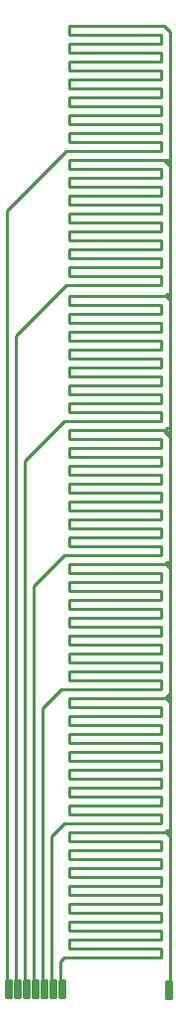
<source format=gbr>
%TF.GenerationSoftware,KiCad,Pcbnew,(6.0.7)*%
%TF.CreationDate,2022-09-02T10:45:59-04:00*%
%TF.ProjectId,discrete_resistive_strain_gauge,64697363-7265-4746-955f-726573697374,rev?*%
%TF.SameCoordinates,Original*%
%TF.FileFunction,Copper,L1,Top*%
%TF.FilePolarity,Positive*%
%FSLAX46Y46*%
G04 Gerber Fmt 4.6, Leading zero omitted, Abs format (unit mm)*
G04 Created by KiCad (PCBNEW (6.0.7)) date 2022-09-02 10:45:59*
%MOMM*%
%LPD*%
G01*
G04 APERTURE LIST*
%TA.AperFunction,NonConductor*%
%ADD10C,0.400000*%
%TD*%
%TA.AperFunction,Conductor*%
%ADD11C,0.250000*%
%TD*%
G04 APERTURE END LIST*
D10*
X105918000Y-169799000D02*
X105664000Y-169799000D01*
X105664000Y-169799000D02*
X105664000Y-168529000D01*
X105664000Y-168529000D02*
X105918000Y-168529000D01*
X105918000Y-168529000D02*
X105918000Y-169799000D01*
X108204000Y-169799000D02*
X107950000Y-169799000D01*
X107950000Y-169799000D02*
X107950000Y-168529000D01*
X107950000Y-168529000D02*
X108204000Y-168529000D01*
X108204000Y-168529000D02*
X108204000Y-169799000D01*
X118872000Y-169926000D02*
X118618000Y-169926000D01*
X118618000Y-169926000D02*
X118618000Y-168656000D01*
X118618000Y-168656000D02*
X118872000Y-168656000D01*
X118872000Y-168656000D02*
X118872000Y-169926000D01*
X108966000Y-169799000D02*
X108712000Y-169799000D01*
X108712000Y-169799000D02*
X108712000Y-168529000D01*
X108712000Y-168529000D02*
X108966000Y-168529000D01*
X108966000Y-168529000D02*
X108966000Y-169799000D01*
X109728000Y-169799000D02*
X109474000Y-169799000D01*
X109474000Y-169799000D02*
X109474000Y-168529000D01*
X109474000Y-168529000D02*
X109728000Y-168529000D01*
X109728000Y-168529000D02*
X109728000Y-169799000D01*
X107442000Y-169799000D02*
X107188000Y-169799000D01*
X107188000Y-169799000D02*
X107188000Y-168529000D01*
X107188000Y-168529000D02*
X107442000Y-168529000D01*
X107442000Y-168529000D02*
X107442000Y-169799000D01*
X105156000Y-169799000D02*
X104902000Y-169799000D01*
X104902000Y-169799000D02*
X104902000Y-168529000D01*
X104902000Y-168529000D02*
X105156000Y-168529000D01*
X105156000Y-168529000D02*
X105156000Y-169799000D01*
X106680000Y-169799000D02*
X106426000Y-169799000D01*
X106426000Y-169799000D02*
X106426000Y-168529000D01*
X106426000Y-168529000D02*
X106680000Y-168529000D01*
X106680000Y-168529000D02*
X106680000Y-169799000D01*
D11*
%TO.N,*%
X110236000Y-103124000D02*
X110236000Y-103886000D01*
X110236000Y-147447000D02*
X118110000Y-147447000D01*
X118872000Y-99314000D02*
X118872000Y-99060000D01*
X118110000Y-147447000D02*
X118110000Y-146685000D01*
X110236000Y-145161000D02*
X110236000Y-144399000D01*
X110236000Y-106172000D02*
X110236000Y-106934000D01*
X118110000Y-155067000D02*
X118110000Y-154305000D01*
X118618000Y-144526000D02*
X118872000Y-144526000D01*
X118110000Y-154305000D02*
X110236000Y-154305000D01*
X118110000Y-136779000D02*
X110236000Y-136779000D01*
X118872000Y-121412000D02*
X118872000Y-110490000D01*
X118491000Y-144399000D02*
X118618000Y-144526000D01*
X118491000Y-110109000D02*
X118618000Y-109982000D01*
X110236000Y-133731000D02*
X110236000Y-132969000D01*
X110236000Y-117729000D02*
X118110000Y-117729000D01*
X118110000Y-125349000D02*
X110236000Y-125349000D01*
X110236000Y-157353000D02*
X118110000Y-157353000D01*
X118872000Y-169926000D02*
X118872000Y-156210000D01*
X118110000Y-139065000D02*
X118110000Y-138303000D01*
X110236000Y-154305000D02*
X110236000Y-153543000D01*
X118491000Y-110109000D02*
X118618000Y-110236000D01*
X110236000Y-139065000D02*
X118110000Y-139065000D01*
X110236000Y-150495000D02*
X118110000Y-150495000D01*
X118110000Y-109220000D02*
X109982000Y-109220000D01*
X118364000Y-121539000D02*
X118491000Y-121539000D01*
X110236000Y-158115000D02*
X110236000Y-157353000D01*
X110236000Y-90170000D02*
X110236000Y-90932000D01*
X108712000Y-99060000D02*
X104902000Y-102870000D01*
X118618000Y-155956000D02*
X118872000Y-155956000D01*
X110236000Y-161925000D02*
X118110000Y-161925000D01*
X118110000Y-90932000D02*
X118110000Y-91694000D01*
X118618000Y-121412000D02*
X118872000Y-121412000D01*
X118110000Y-95504000D02*
X118110000Y-96266000D01*
X110236000Y-103886000D02*
X118110000Y-103886000D01*
X110236000Y-140589000D02*
X118110000Y-140589000D01*
X118110000Y-106934000D02*
X118110000Y-107696000D01*
X118618000Y-110236000D02*
X118872000Y-109982000D01*
X118110000Y-162687000D02*
X110236000Y-162687000D01*
X118110000Y-101600000D02*
X110236000Y-101600000D01*
X109982000Y-120777000D02*
X118110000Y-120777000D01*
X110236000Y-122301000D02*
X110236000Y-121539000D01*
X110236000Y-102362000D02*
X118110000Y-102362000D01*
X118491000Y-155829000D02*
X118618000Y-155702000D01*
X109601000Y-143637000D02*
X118110000Y-143637000D01*
X118110000Y-145161000D02*
X110236000Y-145161000D01*
X118110000Y-150495000D02*
X118110000Y-149733000D01*
X118110000Y-140589000D02*
X118110000Y-139827000D01*
X118110000Y-103124000D02*
X110236000Y-103124000D01*
X109982000Y-120777000D02*
X109855000Y-120777000D01*
X109855000Y-155067000D02*
X118110000Y-155067000D01*
X118110000Y-108458000D02*
X118110000Y-109220000D01*
X118618000Y-98806000D02*
X118618000Y-98552000D01*
X110236000Y-126873000D02*
X110236000Y-126111000D01*
X118364000Y-121666000D02*
X118872000Y-122174000D01*
X110236000Y-142875000D02*
X110236000Y-142113000D01*
X110236000Y-119253000D02*
X118110000Y-119253000D01*
X118110000Y-90170000D02*
X110236000Y-90170000D01*
X110236000Y-155829000D02*
X118491000Y-155829000D01*
X118110000Y-141351000D02*
X110236000Y-141351000D01*
X109982000Y-97790000D02*
X108712000Y-99060000D01*
X118110000Y-134493000D02*
X118110000Y-133731000D01*
X118110000Y-100076000D02*
X110236000Y-100076000D01*
X107950000Y-169926000D02*
X107950000Y-145288000D01*
X110236000Y-148971000D02*
X118110000Y-148971000D01*
X118364000Y-98552000D02*
X118618000Y-98552000D01*
X118110000Y-97790000D02*
X109982000Y-97790000D01*
X110236000Y-137541000D02*
X118110000Y-137541000D01*
X118110000Y-110871000D02*
X110236000Y-110871000D01*
X110236000Y-123063000D02*
X118110000Y-123063000D01*
X118110000Y-102362000D02*
X118110000Y-103124000D01*
X118110000Y-166497000D02*
X118110000Y-165735000D01*
X118491000Y-144399000D02*
X118872000Y-144780000D01*
X110236000Y-105410000D02*
X118110000Y-105410000D01*
X110236000Y-114681000D02*
X118110000Y-114681000D01*
X110236000Y-116205000D02*
X118110000Y-116205000D01*
X118110000Y-153543000D02*
X118110000Y-152781000D01*
X110236000Y-111633000D02*
X118110000Y-111633000D01*
X118110000Y-113157000D02*
X118110000Y-112395000D01*
X109855000Y-166497000D02*
X118110000Y-166497000D01*
X110236000Y-153543000D02*
X118110000Y-153543000D01*
X118872000Y-133350000D02*
X118872000Y-132842000D01*
X110236000Y-112395000D02*
X110236000Y-111633000D01*
X110236000Y-128397000D02*
X110236000Y-127635000D01*
X118110000Y-164973000D02*
X118110000Y-164211000D01*
X110236000Y-101600000D02*
X110236000Y-102362000D01*
X118110000Y-99314000D02*
X118110000Y-100076000D01*
X118110000Y-96266000D02*
X110236000Y-96266000D01*
X118110000Y-131445000D02*
X110236000Y-131445000D01*
X118364000Y-87122000D02*
X110236000Y-87122000D01*
X110236000Y-98552000D02*
X110236000Y-99314000D01*
X118110000Y-119253000D02*
X118110000Y-118491000D01*
X110236000Y-146685000D02*
X110236000Y-145923000D01*
X109855000Y-132207000D02*
X118110000Y-132207000D01*
X118872000Y-144526000D02*
X118872000Y-144018000D01*
X108712000Y-156210000D02*
X109855000Y-155067000D01*
X110236000Y-97028000D02*
X118110000Y-97028000D01*
X110236000Y-110871000D02*
X110236000Y-110109000D01*
X110236000Y-152019000D02*
X118110000Y-152019000D01*
X110236000Y-87884000D02*
X118110000Y-87884000D01*
X118110000Y-132207000D02*
X118110000Y-131445000D01*
X109982000Y-109220000D02*
X109220000Y-109982000D01*
X110236000Y-92456000D02*
X118110000Y-92456000D01*
X118110000Y-127635000D02*
X118110000Y-126873000D01*
X110236000Y-149733000D02*
X110236000Y-148971000D01*
X110236000Y-129921000D02*
X110236000Y-129159000D01*
X118110000Y-128397000D02*
X110236000Y-128397000D01*
X118110000Y-139827000D02*
X110236000Y-139827000D01*
X118110000Y-148209000D02*
X110236000Y-148209000D01*
X118491000Y-144399000D02*
X118872000Y-144018000D01*
X110236000Y-100076000D02*
X110236000Y-100838000D01*
X118872000Y-155702000D02*
X118872000Y-144780000D01*
X118872000Y-122174000D02*
X118872000Y-121920000D01*
X118110000Y-112395000D02*
X110236000Y-112395000D01*
X110236000Y-95504000D02*
X118110000Y-95504000D01*
X105664000Y-113538000D02*
X105664000Y-169926000D01*
X118110000Y-126873000D02*
X110236000Y-126873000D01*
X118110000Y-148971000D02*
X118110000Y-148209000D01*
X118110000Y-143637000D02*
X118110000Y-142875000D01*
X118872000Y-144018000D02*
X118872000Y-133350000D01*
X110236000Y-106934000D02*
X118110000Y-106934000D01*
X110236000Y-134493000D02*
X118110000Y-134493000D01*
X118110000Y-124587000D02*
X118110000Y-123825000D01*
X107188000Y-169926000D02*
X107188000Y-134874000D01*
X118110000Y-136017000D02*
X118110000Y-135255000D01*
X118110000Y-145923000D02*
X118110000Y-145161000D01*
X118110000Y-138303000D02*
X110236000Y-138303000D01*
X110236000Y-123825000D02*
X110236000Y-123063000D01*
X118491000Y-132969000D02*
X118618000Y-132842000D01*
X107188000Y-134874000D02*
X109855000Y-132207000D01*
X118110000Y-161925000D02*
X118110000Y-161163000D01*
X118110000Y-129921000D02*
X110236000Y-129921000D01*
X110236000Y-96266000D02*
X110236000Y-97028000D01*
X118872000Y-99060000D02*
X118872000Y-98552000D01*
X110236000Y-160401000D02*
X118110000Y-160401000D01*
X110236000Y-88646000D02*
X110236000Y-89408000D01*
X110236000Y-130683000D02*
X118110000Y-130683000D01*
X109855000Y-120777000D02*
X108966000Y-121666000D01*
X110236000Y-159639000D02*
X110236000Y-158877000D01*
X110236000Y-121539000D02*
X118364000Y-121539000D01*
X118872000Y-98552000D02*
X118872000Y-87630000D01*
X118110000Y-93980000D02*
X118110000Y-94742000D01*
X118110000Y-165735000D02*
X110236000Y-165735000D01*
X118110000Y-149733000D02*
X110236000Y-149733000D01*
X110236000Y-113919000D02*
X110236000Y-113157000D01*
X109474000Y-169926000D02*
X109474000Y-166878000D01*
X110236000Y-124587000D02*
X118110000Y-124587000D01*
X118872000Y-156210000D02*
X118872000Y-155956000D01*
X110236000Y-161163000D02*
X110236000Y-160401000D01*
X118618000Y-110236000D02*
X118872000Y-110490000D01*
X110236000Y-145923000D02*
X118110000Y-145923000D01*
X118872000Y-132842000D02*
X118872000Y-122174000D01*
X118110000Y-146685000D02*
X110236000Y-146685000D01*
X110236000Y-151257000D02*
X110236000Y-150495000D01*
X118110000Y-115443000D02*
X110236000Y-115443000D01*
X110236000Y-158877000D02*
X118110000Y-158877000D01*
X110236000Y-136017000D02*
X118110000Y-136017000D01*
X118110000Y-133731000D02*
X110236000Y-133731000D01*
X110236000Y-91694000D02*
X110236000Y-92456000D01*
X118491000Y-155829000D02*
X118618000Y-155956000D01*
X118110000Y-164211000D02*
X110236000Y-164211000D01*
X118110000Y-89408000D02*
X118110000Y-90170000D01*
X118110000Y-94742000D02*
X110236000Y-94742000D01*
X118110000Y-160401000D02*
X118110000Y-159639000D01*
X118110000Y-111633000D02*
X118110000Y-110871000D01*
X118110000Y-163449000D02*
X118110000Y-162687000D01*
X110236000Y-152781000D02*
X110236000Y-152019000D01*
X110236000Y-93218000D02*
X110236000Y-93980000D01*
X118872000Y-109982000D02*
X118872000Y-99314000D01*
X110236000Y-163449000D02*
X118110000Y-163449000D01*
X110236000Y-100838000D02*
X118110000Y-100838000D01*
X110236000Y-136779000D02*
X110236000Y-136017000D01*
X110236000Y-110109000D02*
X118491000Y-110109000D01*
X118110000Y-105410000D02*
X118110000Y-106172000D01*
X118110000Y-152781000D02*
X110236000Y-152781000D01*
X118491000Y-132969000D02*
X118872000Y-133350000D01*
X110236000Y-138303000D02*
X110236000Y-137541000D01*
X110236000Y-156591000D02*
X110236000Y-155829000D01*
X118872000Y-155956000D02*
X118872000Y-155702000D01*
X110236000Y-115443000D02*
X110236000Y-114681000D01*
X118364000Y-98552000D02*
X110236000Y-98552000D01*
X118110000Y-151257000D02*
X110236000Y-151257000D01*
X118110000Y-103886000D02*
X118110000Y-104648000D01*
X118110000Y-97028000D02*
X118110000Y-97790000D01*
X118110000Y-107696000D02*
X110236000Y-107696000D01*
X110236000Y-93980000D02*
X118110000Y-93980000D01*
X109474000Y-166878000D02*
X109855000Y-166497000D01*
X118110000Y-116205000D02*
X118110000Y-115443000D01*
X118872000Y-133096000D02*
X118618000Y-132842000D01*
X118110000Y-156591000D02*
X110236000Y-156591000D01*
X118872000Y-133350000D02*
X118872000Y-133096000D01*
X118110000Y-118491000D02*
X110236000Y-118491000D01*
X118110000Y-113919000D02*
X110236000Y-113919000D01*
X118110000Y-161163000D02*
X110236000Y-161163000D01*
X110236000Y-139827000D02*
X110236000Y-139065000D01*
X118110000Y-117729000D02*
X118110000Y-116967000D01*
X118491000Y-155829000D02*
X118872000Y-156210000D01*
X118872000Y-87630000D02*
X118364000Y-87122000D01*
X118110000Y-87884000D02*
X118110000Y-88646000D01*
X108712000Y-169926000D02*
X108712000Y-156210000D01*
X118110000Y-142875000D02*
X110236000Y-142875000D01*
X118618000Y-132842000D02*
X118872000Y-132842000D01*
X110236000Y-99314000D02*
X118110000Y-99314000D01*
X118110000Y-106172000D02*
X110236000Y-106172000D01*
X118110000Y-88646000D02*
X110236000Y-88646000D01*
X118110000Y-122301000D02*
X110236000Y-122301000D01*
X110236000Y-142113000D02*
X118110000Y-142113000D01*
X110236000Y-126111000D02*
X118110000Y-126111000D01*
X118110000Y-135255000D02*
X110236000Y-135255000D01*
X118110000Y-152019000D02*
X118110000Y-151257000D01*
X110236000Y-108458000D02*
X118110000Y-108458000D01*
X118110000Y-116967000D02*
X110236000Y-116967000D01*
X110236000Y-118491000D02*
X110236000Y-117729000D01*
X118618000Y-155702000D02*
X118872000Y-155702000D01*
X110236000Y-132969000D02*
X118491000Y-132969000D01*
X110236000Y-164973000D02*
X118110000Y-164973000D01*
X106426000Y-124206000D02*
X106426000Y-169926000D01*
X118491000Y-121539000D02*
X118618000Y-121412000D01*
X118872000Y-99060000D02*
X118618000Y-98806000D01*
X110236000Y-87122000D02*
X110236000Y-87884000D01*
X110236000Y-141351000D02*
X110236000Y-140589000D01*
X118110000Y-120777000D02*
X118110000Y-120015000D01*
X110236000Y-113157000D02*
X118110000Y-113157000D01*
X118110000Y-92456000D02*
X118110000Y-93218000D01*
X110236000Y-89408000D02*
X118110000Y-89408000D01*
X110236000Y-116967000D02*
X110236000Y-116205000D01*
X109220000Y-109982000D02*
X105664000Y-113538000D01*
X118110000Y-104648000D02*
X110236000Y-104648000D01*
X118110000Y-137541000D02*
X118110000Y-136779000D01*
X108966000Y-121666000D02*
X106426000Y-124206000D01*
X110236000Y-148209000D02*
X110236000Y-147447000D01*
X110236000Y-125349000D02*
X110236000Y-124587000D01*
X110236000Y-144399000D02*
X118491000Y-144399000D01*
X110236000Y-135255000D02*
X110236000Y-134493000D01*
X110236000Y-162687000D02*
X110236000Y-161925000D01*
X118110000Y-100838000D02*
X118110000Y-101600000D01*
X110236000Y-120015000D02*
X110236000Y-119253000D01*
X118110000Y-93218000D02*
X110236000Y-93218000D01*
X118618000Y-109982000D02*
X118872000Y-109982000D01*
X118110000Y-130683000D02*
X118110000Y-129921000D01*
X110236000Y-164211000D02*
X110236000Y-163449000D01*
X118872000Y-144780000D02*
X118872000Y-144526000D01*
X110236000Y-107696000D02*
X110236000Y-108458000D01*
X104902000Y-102870000D02*
X104902000Y-169926000D01*
X118110000Y-126111000D02*
X118110000Y-125349000D01*
X110236000Y-90932000D02*
X118110000Y-90932000D01*
X118872000Y-121920000D02*
X118872000Y-121412000D01*
X118110000Y-123063000D02*
X118110000Y-122301000D01*
X118364000Y-98552000D02*
X118872000Y-99060000D01*
X118110000Y-129159000D02*
X118110000Y-128397000D01*
X110236000Y-104648000D02*
X110236000Y-105410000D01*
X118110000Y-123825000D02*
X110236000Y-123825000D01*
X110236000Y-94742000D02*
X110236000Y-95504000D01*
X107950000Y-145288000D02*
X109601000Y-143637000D01*
X118110000Y-114681000D02*
X118110000Y-113919000D01*
X110236000Y-131445000D02*
X110236000Y-130683000D01*
X118110000Y-120015000D02*
X110236000Y-120015000D01*
X110236000Y-165735000D02*
X110236000Y-164973000D01*
X118872000Y-110490000D02*
X118872000Y-109982000D01*
X118110000Y-142113000D02*
X118110000Y-141351000D01*
X118110000Y-91694000D02*
X110236000Y-91694000D01*
X118618000Y-98552000D02*
X118872000Y-98552000D01*
X118364000Y-121539000D02*
X118364000Y-121666000D01*
X110236000Y-127635000D02*
X118110000Y-127635000D01*
X118110000Y-157353000D02*
X118110000Y-156591000D01*
X118110000Y-158115000D02*
X110236000Y-158115000D01*
X118491000Y-121539000D02*
X118872000Y-121920000D01*
X118110000Y-158877000D02*
X118110000Y-158115000D01*
X110236000Y-129159000D02*
X118110000Y-129159000D01*
X118110000Y-159639000D02*
X110236000Y-159639000D01*
%TD*%
M02*

</source>
